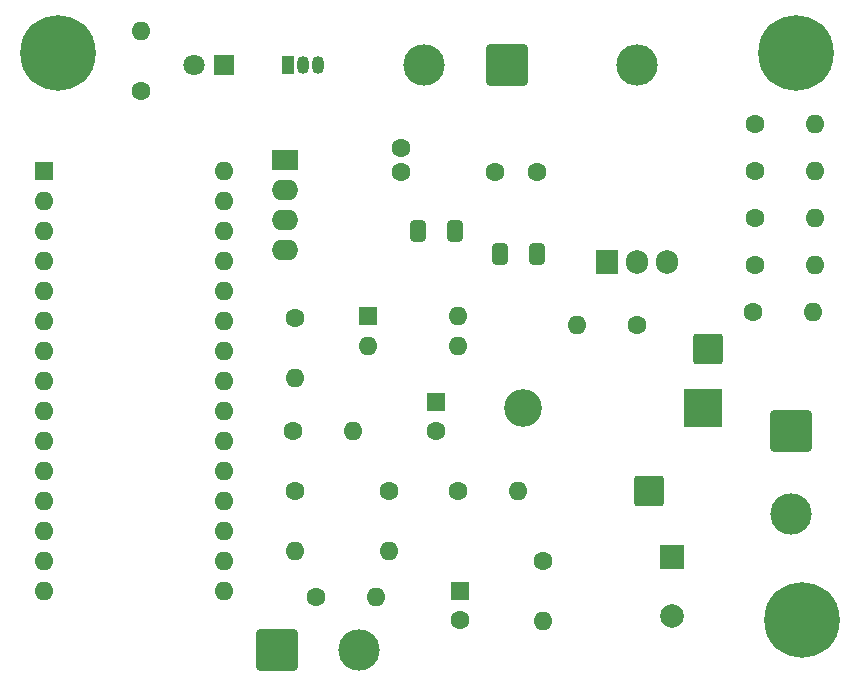
<source format=gbr>
%TF.GenerationSoftware,KiCad,Pcbnew,7.0.2*%
%TF.CreationDate,2023-05-02T00:15:14+02:00*%
%TF.ProjectId,Test1,54657374-312e-46b6-9963-61645f706362,rev?*%
%TF.SameCoordinates,PX669d880PY237a080*%
%TF.FileFunction,Soldermask,Top*%
%TF.FilePolarity,Negative*%
%FSLAX46Y46*%
G04 Gerber Fmt 4.6, Leading zero omitted, Abs format (unit mm)*
G04 Created by KiCad (PCBNEW 7.0.2) date 2023-05-02 00:15:14*
%MOMM*%
%LPD*%
G01*
G04 APERTURE LIST*
G04 Aperture macros list*
%AMRoundRect*
0 Rectangle with rounded corners*
0 $1 Rounding radius*
0 $2 $3 $4 $5 $6 $7 $8 $9 X,Y pos of 4 corners*
0 Add a 4 corners polygon primitive as box body*
4,1,4,$2,$3,$4,$5,$6,$7,$8,$9,$2,$3,0*
0 Add four circle primitives for the rounded corners*
1,1,$1+$1,$2,$3*
1,1,$1+$1,$4,$5*
1,1,$1+$1,$6,$7*
1,1,$1+$1,$8,$9*
0 Add four rect primitives between the rounded corners*
20,1,$1+$1,$2,$3,$4,$5,0*
20,1,$1+$1,$4,$5,$6,$7,0*
20,1,$1+$1,$6,$7,$8,$9,0*
20,1,$1+$1,$8,$9,$2,$3,0*%
G04 Aperture macros list end*
%ADD10O,1.600000X1.600000*%
%ADD11R,1.600000X1.600000*%
%ADD12C,1.600000*%
%ADD13RoundRect,0.250000X-0.412500X-0.650000X0.412500X-0.650000X0.412500X0.650000X-0.412500X0.650000X0*%
%ADD14R,1.050000X1.500000*%
%ADD15O,1.050000X1.500000*%
%ADD16O,3.500000X3.500000*%
%ADD17R,1.905000X2.000000*%
%ADD18O,1.905000X2.000000*%
%ADD19R,2.250000X1.750000*%
%ADD20O,2.250000X1.750000*%
%ADD21RoundRect,0.250002X-1.499998X-1.499998X1.499998X-1.499998X1.499998X1.499998X-1.499998X1.499998X0*%
%ADD22C,3.500000*%
%ADD23RoundRect,0.250002X-1.499998X1.499998X-1.499998X-1.499998X1.499998X-1.499998X1.499998X1.499998X0*%
%ADD24RoundRect,0.249999X-1.025001X-1.025001X1.025001X-1.025001X1.025001X1.025001X-1.025001X1.025001X0*%
%ADD25RoundRect,0.250002X1.499998X1.499998X-1.499998X1.499998X-1.499998X-1.499998X1.499998X-1.499998X0*%
%ADD26R,3.200000X3.200000*%
%ADD27O,3.200000X3.200000*%
%ADD28R,2.000000X2.000000*%
%ADD29C,2.000000*%
%ADD30C,6.400000*%
%ADD31R,1.800000X1.800000*%
%ADD32C,1.800000*%
G04 APERTURE END LIST*
D10*
%TO.C,U1*%
X37220000Y-26025000D03*
X37220000Y-28565000D03*
X29600000Y-28565000D03*
D11*
X29600000Y-26025000D03*
%TD*%
D12*
%TO.C,C7*%
X32400000Y-13800000D03*
X32400000Y-11800000D03*
%TD*%
%TO.C,R14*%
X23400000Y-40800000D03*
D10*
X23400000Y-45880000D03*
%TD*%
D12*
%TO.C,R13*%
X25260000Y-49800000D03*
D10*
X30340000Y-49800000D03*
%TD*%
D12*
%TO.C,R12*%
X23400000Y-26180000D03*
D10*
X23400000Y-31260000D03*
%TD*%
D12*
%TO.C,R11*%
X10400000Y-6940000D03*
D10*
X10400000Y-1860000D03*
%TD*%
D12*
%TO.C,R10*%
X62400000Y-21720000D03*
D10*
X67480000Y-21720000D03*
%TD*%
D12*
%TO.C,R9*%
X62260000Y-25720000D03*
D10*
X67340000Y-25720000D03*
%TD*%
D12*
%TO.C,R8*%
X62400000Y-17720000D03*
D10*
X67480000Y-17720000D03*
%TD*%
D12*
%TO.C,R7*%
X62400000Y-13720000D03*
D10*
X67480000Y-13720000D03*
%TD*%
D12*
%TO.C,R6*%
X62400000Y-9800000D03*
D10*
X67480000Y-9800000D03*
%TD*%
D12*
%TO.C,R5*%
X23260000Y-35800000D03*
D10*
X28340000Y-35800000D03*
%TD*%
D12*
%TO.C,R4*%
X37260000Y-40800000D03*
D10*
X42340000Y-40800000D03*
%TD*%
D12*
%TO.C,R3*%
X31400000Y-40800000D03*
D10*
X31400000Y-45880000D03*
%TD*%
D12*
%TO.C,R2*%
X44400000Y-46800000D03*
D10*
X44400000Y-51880000D03*
%TD*%
D12*
%TO.C,R1*%
X52400000Y-26800000D03*
D10*
X47320000Y-26800000D03*
%TD*%
D13*
%TO.C,C6*%
X33837500Y-18800000D03*
X36962500Y-18800000D03*
%TD*%
%TO.C,C2*%
X40837500Y-20800000D03*
X43962500Y-20800000D03*
%TD*%
D14*
%TO.C,U2*%
X22860000Y-4800000D03*
D15*
X24130000Y-4800000D03*
X25400000Y-4800000D03*
%TD*%
D16*
%TO.C,Q1*%
X52400000Y-4800000D03*
D17*
X49860000Y-21460000D03*
D18*
X52400000Y-21460000D03*
X54940000Y-21460000D03*
%TD*%
D19*
%TO.C,PS1*%
X22557500Y-12800000D03*
D20*
X22557500Y-15340000D03*
X22557500Y-17880000D03*
X22557500Y-20420000D03*
%TD*%
D21*
%TO.C,J5*%
X21900000Y-54300000D03*
D22*
X28900000Y-54300000D03*
%TD*%
D23*
%TO.C,J4*%
X65400000Y-35800000D03*
D22*
X65400000Y-42800000D03*
%TD*%
D24*
%TO.C,J3*%
X53400000Y-40800000D03*
%TD*%
%TO.C,J2*%
X58400000Y-28800000D03*
%TD*%
D25*
%TO.C,J1*%
X41400000Y-4800000D03*
D22*
X34400000Y-4800000D03*
%TD*%
D26*
%TO.C,D1*%
X58020000Y-33800000D03*
D27*
X42780000Y-33800000D03*
%TD*%
D11*
%TO.C,C5*%
X35400000Y-33300000D03*
D12*
X35400000Y-35800000D03*
%TD*%
D11*
%TO.C,C4*%
X37400000Y-49300000D03*
D12*
X37400000Y-51800000D03*
%TD*%
D28*
%TO.C,C3*%
X55400000Y-46432323D03*
D29*
X55400000Y-51432323D03*
%TD*%
D12*
%TO.C,C1*%
X40400000Y-13800000D03*
X43900000Y-13800000D03*
%TD*%
D30*
%TO.C,REF\u002A\u002A*%
X66400000Y-51800000D03*
%TD*%
D10*
%TO.C,A1*%
X17400000Y-13750000D03*
X17400000Y-16290000D03*
X17400000Y-18830000D03*
X17400000Y-21370000D03*
X17400000Y-23910000D03*
X17400000Y-26450000D03*
X17400000Y-28990000D03*
X17400000Y-31530000D03*
X17400000Y-34070000D03*
X17400000Y-36610000D03*
X17400000Y-39150000D03*
X17400000Y-41690000D03*
X17400000Y-44230000D03*
X17400000Y-46770000D03*
X17400000Y-49310000D03*
X2160000Y-49310000D03*
X2160000Y-46770000D03*
X2160000Y-44230000D03*
X2160000Y-41690000D03*
X2160000Y-39150000D03*
X2160000Y-36610000D03*
X2160000Y-34070000D03*
X2160000Y-31530000D03*
X2160000Y-28990000D03*
X2160000Y-26450000D03*
X2160000Y-23910000D03*
X2160000Y-21370000D03*
X2160000Y-18830000D03*
X2160000Y-16290000D03*
D11*
X2160000Y-13750000D03*
%TD*%
D31*
%TO.C,D2*%
X17400000Y-4800000D03*
D32*
X14860000Y-4800000D03*
%TD*%
D30*
%TO.C,REF\u002A\u002A*%
X65900000Y-3800000D03*
%TD*%
%TO.C,REF\u002A\u002A*%
X3400000Y-3800000D03*
%TD*%
M02*

</source>
